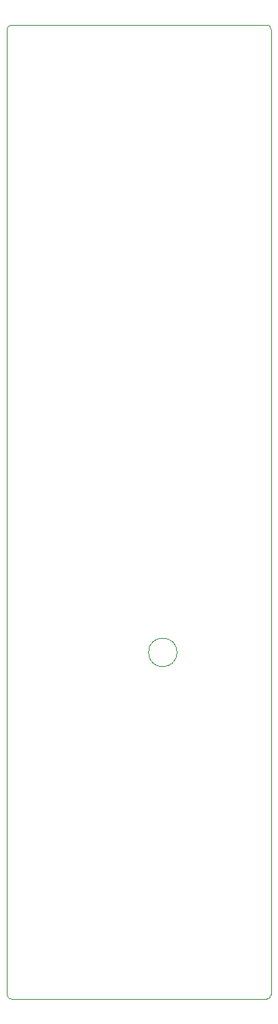
<source format=gbr>
%TF.GenerationSoftware,KiCad,Pcbnew,7.0.10-7.0.10~ubuntu22.04.1*%
%TF.CreationDate,2024-05-18T14:45:39+03:00*%
%TF.ProjectId,gtoe,67746f65-2e6b-4696-9361-645f70636258,rev?*%
%TF.SameCoordinates,Original*%
%TF.FileFunction,Profile,NP*%
%FSLAX46Y46*%
G04 Gerber Fmt 4.6, Leading zero omitted, Abs format (unit mm)*
G04 Created by KiCad (PCBNEW 7.0.10-7.0.10~ubuntu22.04.1) date 2024-05-18 14:45:39*
%MOMM*%
%LPD*%
G01*
G04 APERTURE LIST*
%TA.AperFunction,Profile*%
%ADD10C,0.100000*%
%TD*%
G04 APERTURE END LIST*
D10*
X100503553Y-40003553D02*
X129096447Y-40003553D01*
X100003553Y-148496447D02*
X100003553Y-40503553D01*
X129596447Y-40503553D02*
X129596447Y-148496447D01*
X129596447Y-40503553D02*
G75*
G03*
X129096447Y-40003553I-500001J-1D01*
G01*
X100503553Y-40003553D02*
G75*
G03*
X100003553Y-40503553I1J-500001D01*
G01*
X100503553Y-148996447D02*
X129096447Y-148996447D01*
X100003553Y-148496447D02*
G75*
G03*
X100503553Y-148996447I500001J1D01*
G01*
X129096447Y-148996447D02*
G75*
G03*
X129596447Y-148496447I0J500000D01*
G01*
X119050000Y-110200000D02*
G75*
G03*
X115850000Y-110200000I-1600000J0D01*
G01*
X115850000Y-110200000D02*
G75*
G03*
X119050000Y-110200000I1600000J0D01*
G01*
M02*

</source>
